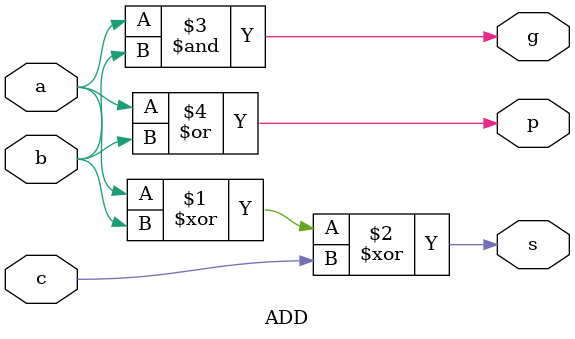
<source format=v>
module ADD(a,b,c,g,p,s);

input a,b,c;
output g,p,s;

assign s = a ^ b ^ c; //s =  a xor (b xor c)
assign g = a & b;       //g = ab
assign p = a | b;       //p = a + b
endmodule

</source>
